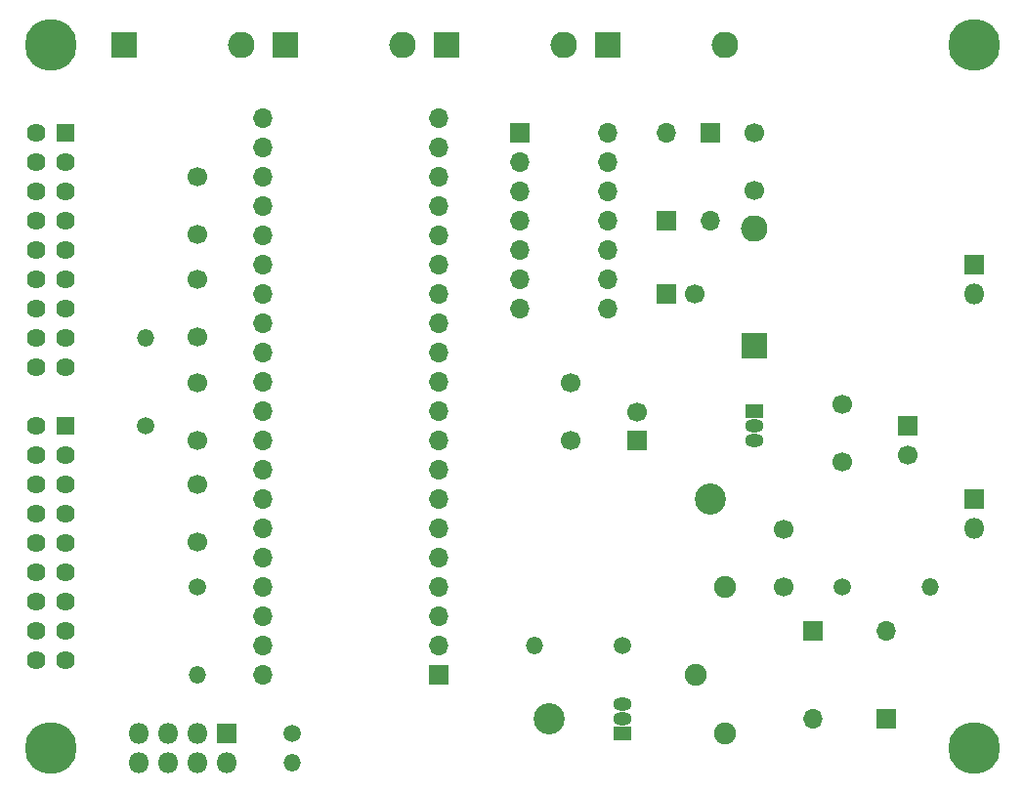
<source format=gbr>
%TF.GenerationSoftware,KiCad,Pcbnew,5.1.6-c6e7f7d~87~ubuntu18.04.1*%
%TF.CreationDate,2020-07-31T15:45:01+02:00*%
%TF.ProjectId,ICL7107,49434c37-3130-4372-9e6b-696361645f70,2.0*%
%TF.SameCoordinates,PX525bfc0PY7a53eb0*%
%TF.FileFunction,Soldermask,Top*%
%TF.FilePolarity,Negative*%
%FSLAX46Y46*%
G04 Gerber Fmt 4.6, Leading zero omitted, Abs format (unit mm)*
G04 Created by KiCad (PCBNEW 5.1.6-c6e7f7d~87~ubuntu18.04.1) date 2020-07-31 15:45:01*
%MOMM*%
%LPD*%
G01*
G04 APERTURE LIST*
%ADD10O,1.800000X1.800000*%
%ADD11R,1.800000X1.800000*%
%ADD12C,2.700000*%
%ADD13O,1.700000X1.700000*%
%ADD14R,1.700000X1.700000*%
%ADD15C,1.624000*%
%ADD16R,1.624000X1.624000*%
%ADD17O,1.500000X1.500000*%
%ADD18C,1.500000*%
%ADD19C,1.700000*%
%ADD20O,2.300000X2.300000*%
%ADD21R,2.300000X2.300000*%
%ADD22C,4.500000*%
%ADD23C,1.900000*%
%ADD24O,1.600000X1.150000*%
%ADD25R,1.600000X1.150000*%
G04 APERTURE END LIST*
D10*
%TO.C,J3*%
X85090000Y22860000D03*
D11*
X85090000Y25400000D03*
%TD*%
D10*
%TO.C,J1*%
X85090000Y43180000D03*
D11*
X85090000Y45720000D03*
%TD*%
D12*
%TO.C,TP2*%
X62230000Y25400000D03*
%TD*%
%TO.C,TP1*%
X48260000Y6350000D03*
%TD*%
D13*
%TO.C,D2*%
X71120000Y6350000D03*
D14*
X71120000Y13970000D03*
%TD*%
D13*
%TO.C,D1*%
X77470000Y13970000D03*
D14*
X77470000Y6350000D03*
%TD*%
D15*
%TO.C,D3*%
X3810000Y31750000D03*
X3810000Y29210000D03*
X3810000Y26670000D03*
X3810000Y24130000D03*
X3810000Y21590000D03*
X3810000Y19050000D03*
X3810000Y16510000D03*
X3810000Y13970000D03*
X3810000Y11430000D03*
X6350000Y11430000D03*
X6350000Y13970000D03*
X6350000Y16510000D03*
X6350000Y19050000D03*
X6350000Y21590000D03*
X6350000Y24130000D03*
X6350000Y26670000D03*
X6350000Y29210000D03*
D16*
X6350000Y31750000D03*
D15*
X3810000Y57150000D03*
X3810000Y54610000D03*
X3810000Y52070000D03*
X3810000Y49530000D03*
X3810000Y46990000D03*
X3810000Y44450000D03*
X3810000Y41910000D03*
X3810000Y39370000D03*
X3810000Y36830000D03*
X6350000Y36830000D03*
X6350000Y39370000D03*
X6350000Y41910000D03*
X6350000Y44450000D03*
X6350000Y46990000D03*
X6350000Y49530000D03*
X6350000Y52070000D03*
X6350000Y54610000D03*
D16*
X6350000Y57150000D03*
%TD*%
D17*
%TO.C,R5*%
X26035000Y2540000D03*
D18*
X26035000Y5080000D03*
%TD*%
D19*
%TO.C,C1*%
X17780000Y26670000D03*
X17780000Y21670000D03*
%TD*%
%TO.C,C2*%
X17780000Y39450000D03*
X17780000Y44450000D03*
%TD*%
%TO.C,C3*%
X68580000Y17780000D03*
X68580000Y22780000D03*
%TD*%
%TO.C,C4*%
X17780000Y53340000D03*
X17780000Y48340000D03*
%TD*%
%TO.C,C5*%
X17780000Y30480000D03*
X17780000Y35480000D03*
%TD*%
D14*
%TO.C,C6*%
X79375000Y31750000D03*
D19*
X79375000Y29250000D03*
%TD*%
%TO.C,C7*%
X73660000Y33655000D03*
X73660000Y28655000D03*
%TD*%
D14*
%TO.C,C8*%
X55880000Y30480000D03*
D19*
X55880000Y32980000D03*
%TD*%
%TO.C,C9*%
X50165000Y35480000D03*
X50165000Y30480000D03*
%TD*%
%TO.C,C10*%
X66040000Y52150000D03*
X66040000Y57150000D03*
%TD*%
%TO.C,C11*%
X60920000Y43180000D03*
D14*
X58420000Y43180000D03*
%TD*%
D20*
%TO.C,D4*%
X66040000Y48895000D03*
D21*
X66040000Y38735000D03*
%TD*%
D20*
%TO.C,D5*%
X21590000Y64770000D03*
D21*
X11430000Y64770000D03*
%TD*%
%TO.C,D6*%
X25400000Y64770000D03*
D20*
X35560000Y64770000D03*
%TD*%
D21*
%TO.C,D7*%
X39370000Y64770000D03*
D20*
X49530000Y64770000D03*
%TD*%
D21*
%TO.C,D8*%
X53340000Y64770000D03*
D20*
X63500000Y64770000D03*
%TD*%
D13*
%TO.C,D9*%
X58420000Y57150000D03*
D14*
X58420000Y49530000D03*
%TD*%
%TO.C,D10*%
X62230000Y57150000D03*
D13*
X62230000Y49530000D03*
%TD*%
D11*
%TO.C,J2*%
X20320000Y5080000D03*
D10*
X20320000Y2540000D03*
X17780000Y5080000D03*
X17780000Y2540000D03*
X15240000Y5080000D03*
X15240000Y2540000D03*
X12700000Y5080000D03*
X12700000Y2540000D03*
%TD*%
D22*
%TO.C,M1*%
X5080000Y64770000D03*
%TD*%
%TO.C,M2*%
X85090000Y64770000D03*
%TD*%
%TO.C,M3*%
X85090000Y3810000D03*
%TD*%
%TO.C,M4*%
X5080000Y3810000D03*
%TD*%
D18*
%TO.C,R2*%
X54610000Y12700000D03*
D17*
X46990000Y12700000D03*
%TD*%
D18*
%TO.C,R1*%
X73660000Y17780000D03*
D17*
X81280000Y17780000D03*
%TD*%
D18*
%TO.C,R3*%
X17780000Y17780000D03*
D17*
X17780000Y10160000D03*
%TD*%
%TO.C,R4*%
X13335000Y39370000D03*
D18*
X13335000Y31750000D03*
%TD*%
D23*
%TO.C,RV1*%
X63500000Y17780000D03*
X60960000Y10160000D03*
X63500000Y5080000D03*
%TD*%
D24*
%TO.C,U1*%
X54610000Y6350000D03*
X54610000Y7620000D03*
D25*
X54610000Y5080000D03*
%TD*%
D14*
%TO.C,U2*%
X38735000Y10160000D03*
D13*
X23495000Y58420000D03*
X38735000Y12700000D03*
X23495000Y55880000D03*
X38735000Y15240000D03*
X23495000Y53340000D03*
X38735000Y17780000D03*
X23495000Y50800000D03*
X38735000Y20320000D03*
X23495000Y48260000D03*
X38735000Y22860000D03*
X23495000Y45720000D03*
X38735000Y25400000D03*
X23495000Y43180000D03*
X38735000Y27940000D03*
X23495000Y40640000D03*
X38735000Y30480000D03*
X23495000Y38100000D03*
X38735000Y33020000D03*
X23495000Y35560000D03*
X38735000Y35560000D03*
X23495000Y33020000D03*
X38735000Y38100000D03*
X23495000Y30480000D03*
X38735000Y40640000D03*
X23495000Y27940000D03*
X38735000Y43180000D03*
X23495000Y25400000D03*
X38735000Y45720000D03*
X23495000Y22860000D03*
X38735000Y48260000D03*
X23495000Y20320000D03*
X38735000Y50800000D03*
X23495000Y17780000D03*
X38735000Y53340000D03*
X23495000Y15240000D03*
X38735000Y55880000D03*
X23495000Y12700000D03*
X38735000Y58420000D03*
X23495000Y10160000D03*
%TD*%
D25*
%TO.C,U3*%
X66040000Y33020000D03*
D24*
X66040000Y30480000D03*
X66040000Y31750000D03*
%TD*%
D14*
%TO.C,U4*%
X45720000Y57150000D03*
D13*
X53340000Y41910000D03*
X45720000Y54610000D03*
X53340000Y44450000D03*
X45720000Y52070000D03*
X53340000Y46990000D03*
X45720000Y49530000D03*
X53340000Y49530000D03*
X45720000Y46990000D03*
X53340000Y52070000D03*
X45720000Y44450000D03*
X53340000Y54610000D03*
X45720000Y41910000D03*
X53340000Y57150000D03*
%TD*%
M02*

</source>
